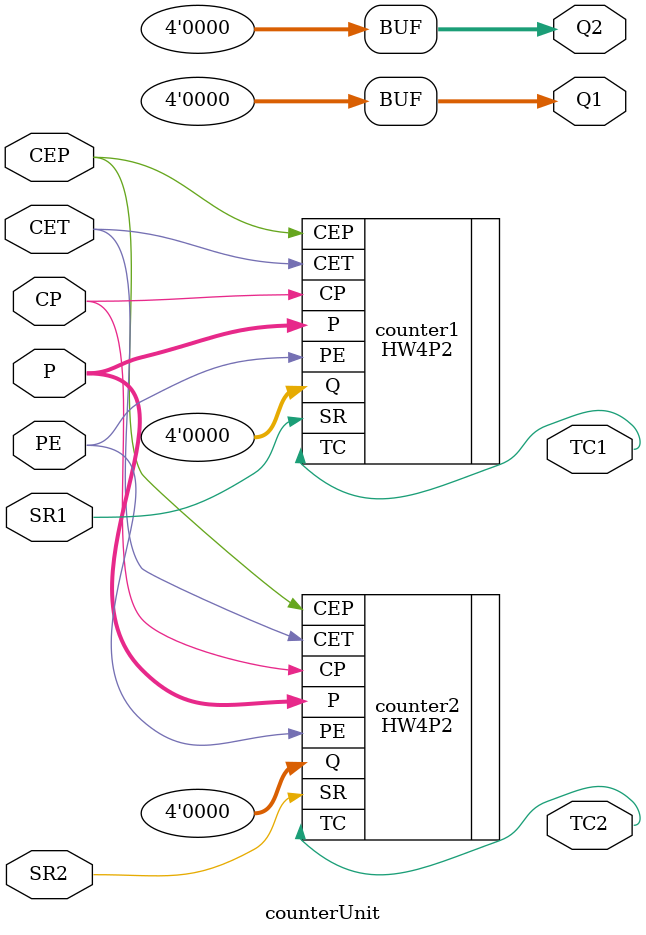
<source format=v>
module counterUnit 
(
	input wire [3:0]	P,
	input wire 			CP,         // Clock
   input wire 			SR1,        // Active Low Synchronous Reset for counter 1
	input wire			SR2,			// Active Low Synchronous Reset for counter 2
   input wire 			PE,         // Count Enable Parallel Input
   input wire 			CEP,        // Count Enable Parallel
   input wire 			CET,        // Count Enable Trickle
   output wire [3:0]	Q1 = 4'h0,  // Output of first counter
	output wire [3:0] Q2 = 4'h0,	// Output of second counter
   output wire 		TC1,			// Terminal count for counter 1
	output wire			TC2			// Terminal Count for counter 2
	);
	
	
	HW4P2 counter1 (.P(P), 
						 .CP(CP), 
						 .SR(SR1), 
						 .PE(PE), 
						 .CEP(CEP),
						 .CET(CET),
						 .Q(Q1),
						 .TC(TC1));
	
	HW4P2 counter2 (.P(P), 
						 .CP(CP), 
						 .SR(SR2), 
						 .PE(PE), 
						 .CEP(CEP),
						 .CET(CET),
						 .Q(Q2),
						 .TC(TC2));
						 
endmodule
</source>
